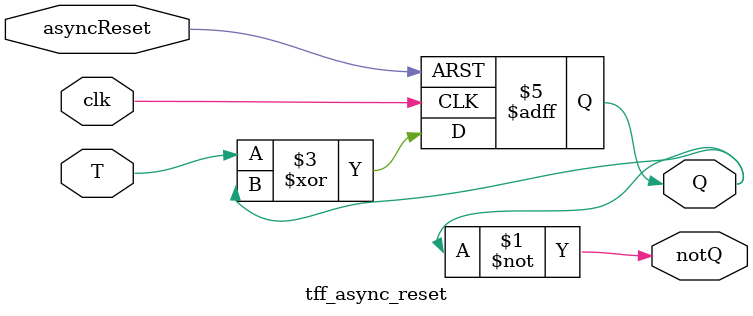
<source format=v>
`timescale 1ns / 1ps


module tff_async_reset(
    input T,
    input clk,
    input asyncReset,
    output reg Q,
    output notQ
    );
    
    initial Q = 0;
    assign notQ = ~Q;
    always @(posedge clk or posedge asyncReset) begin
        if(asyncReset) begin
            Q <= 0;
        end else begin
            Q <= T^Q;
        end
    end
    
endmodule

</source>
